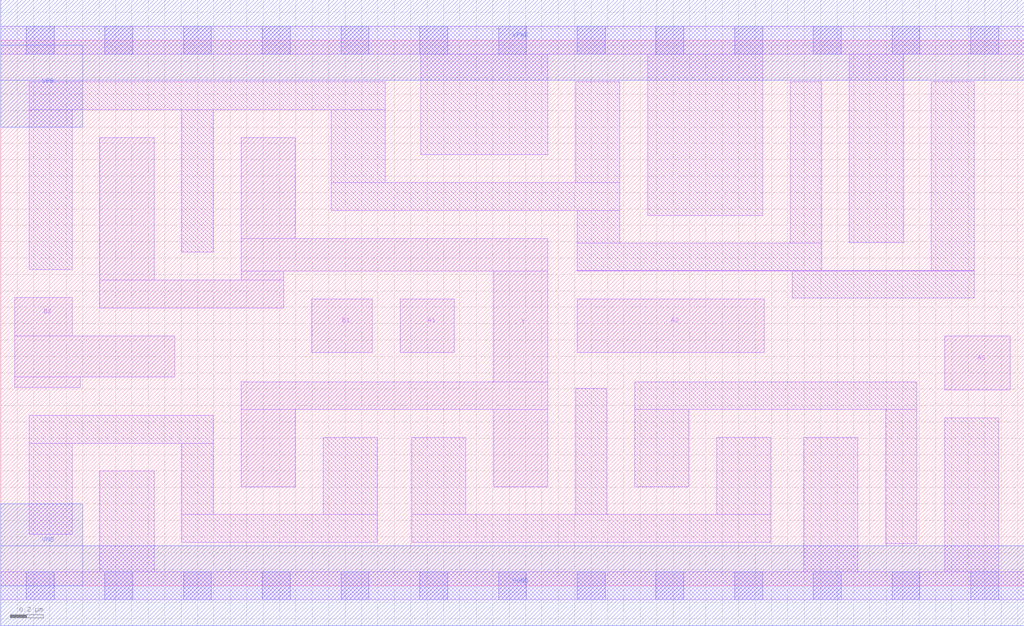
<source format=lef>
# Copyright 2020 The SkyWater PDK Authors
#
# Licensed under the Apache License, Version 2.0 (the "License");
# you may not use this file except in compliance with the License.
# You may obtain a copy of the License at
#
#     https://www.apache.org/licenses/LICENSE-2.0
#
# Unless required by applicable law or agreed to in writing, software
# distributed under the License is distributed on an "AS IS" BASIS,
# WITHOUT WARRANTIES OR CONDITIONS OF ANY KIND, either express or implied.
# See the License for the specific language governing permissions and
# limitations under the License.
#
# SPDX-License-Identifier: Apache-2.0

VERSION 5.5 ;
NAMESCASESENSITIVE ON ;
BUSBITCHARS "[]" ;
DIVIDERCHAR "/" ;
MACRO sky130_fd_sc_lp__a32oi_2
  CLASS CORE ;
  SOURCE USER ;
  ORIGIN  0.000000  0.000000 ;
  SIZE  6.240000 BY  3.330000 ;
  SYMMETRY X Y R90 ;
  SITE unit ;
  PIN A1
    ANTENNAGATEAREA  0.630000 ;
    DIRECTION INPUT ;
    USE SIGNAL ;
    PORT
      LAYER li1 ;
        RECT 2.435000 1.425000 2.765000 1.750000 ;
    END
  END A1
  PIN A2
    ANTENNAGATEAREA  0.630000 ;
    DIRECTION INPUT ;
    USE SIGNAL ;
    PORT
      LAYER li1 ;
        RECT 3.515000 1.425000 4.655000 1.750000 ;
    END
  END A2
  PIN A3
    ANTENNAGATEAREA  0.630000 ;
    DIRECTION INPUT ;
    USE SIGNAL ;
    PORT
      LAYER li1 ;
        RECT 5.755000 1.195000 6.155000 1.525000 ;
    END
  END A3
  PIN B1
    ANTENNAGATEAREA  0.630000 ;
    DIRECTION INPUT ;
    USE SIGNAL ;
    PORT
      LAYER li1 ;
        RECT 1.895000 1.425000 2.265000 1.750000 ;
    END
  END B1
  PIN B2
    ANTENNAGATEAREA  0.630000 ;
    DIRECTION INPUT ;
    USE SIGNAL ;
    PORT
      LAYER li1 ;
        RECT 0.085000 1.210000 0.485000 1.275000 ;
        RECT 0.085000 1.275000 1.060000 1.525000 ;
        RECT 0.085000 1.525000 0.435000 1.760000 ;
    END
  END B2
  PIN Y
    ANTENNADIFFAREA  1.176000 ;
    DIRECTION OUTPUT ;
    USE SIGNAL ;
    PORT
      LAYER li1 ;
        RECT 0.605000 1.695000 1.725000 1.865000 ;
        RECT 0.605000 1.865000 0.935000 2.735000 ;
        RECT 1.465000 0.605000 1.795000 1.075000 ;
        RECT 1.465000 1.075000 3.335000 1.245000 ;
        RECT 1.465000 1.865000 1.725000 1.920000 ;
        RECT 1.465000 1.920000 3.335000 2.120000 ;
        RECT 1.465000 2.120000 1.795000 2.735000 ;
        RECT 3.005000 0.605000 3.335000 1.075000 ;
        RECT 3.005000 1.245000 3.335000 1.920000 ;
    END
  END Y
  PIN VGND
    DIRECTION INOUT ;
    USE GROUND ;
    PORT
      LAYER met1 ;
        RECT 0.000000 -0.245000 6.240000 0.245000 ;
    END
  END VGND
  PIN VNB
    DIRECTION INOUT ;
    USE GROUND ;
    PORT
      LAYER met1 ;
        RECT 0.000000 0.000000 0.500000 0.500000 ;
    END
  END VNB
  PIN VPB
    DIRECTION INOUT ;
    USE POWER ;
    PORT
      LAYER met1 ;
        RECT 0.000000 2.800000 0.500000 3.300000 ;
    END
  END VPB
  PIN VPWR
    DIRECTION INOUT ;
    USE POWER ;
    PORT
      LAYER met1 ;
        RECT 0.000000 3.085000 6.240000 3.575000 ;
    END
  END VPWR
  OBS
    LAYER li1 ;
      RECT 0.000000 -0.085000 6.240000 0.085000 ;
      RECT 0.000000  3.245000 6.240000 3.415000 ;
      RECT 0.175000  0.315000 0.435000 0.870000 ;
      RECT 0.175000  0.870000 1.295000 1.040000 ;
      RECT 0.175000  1.930000 0.435000 2.905000 ;
      RECT 0.175000  2.905000 2.345000 3.075000 ;
      RECT 0.605000  0.085000 0.935000 0.700000 ;
      RECT 1.105000  0.265000 2.295000 0.435000 ;
      RECT 1.105000  0.435000 1.295000 0.870000 ;
      RECT 1.105000  2.035000 1.295000 2.905000 ;
      RECT 1.965000  0.435000 2.295000 0.905000 ;
      RECT 2.015000  2.290000 3.775000 2.460000 ;
      RECT 2.015000  2.460000 2.345000 2.905000 ;
      RECT 2.505000  0.265000 4.695000 0.435000 ;
      RECT 2.505000  0.435000 2.835000 0.905000 ;
      RECT 2.560000  2.630000 3.335000 3.245000 ;
      RECT 3.505000  0.435000 3.695000 1.205000 ;
      RECT 3.505000  2.460000 3.775000 3.075000 ;
      RECT 3.515000  1.920000 5.935000 1.925000 ;
      RECT 3.515000  1.925000 5.005000 2.090000 ;
      RECT 3.515000  2.090000 3.775000 2.290000 ;
      RECT 3.865000  0.605000 4.195000 1.075000 ;
      RECT 3.865000  1.075000 5.585000 1.245000 ;
      RECT 3.945000  2.260000 4.645000 3.245000 ;
      RECT 4.365000  0.435000 4.695000 0.905000 ;
      RECT 4.815000  2.090000 5.005000 3.075000 ;
      RECT 4.825000  1.755000 5.935000 1.920000 ;
      RECT 4.895000  0.085000 5.225000 0.905000 ;
      RECT 5.175000  2.095000 5.505000 3.245000 ;
      RECT 5.395000  0.255000 5.585000 1.075000 ;
      RECT 5.675000  1.925000 5.935000 3.075000 ;
      RECT 5.755000  0.085000 6.085000 1.025000 ;
    LAYER mcon ;
      RECT 0.155000 -0.085000 0.325000 0.085000 ;
      RECT 0.155000  3.245000 0.325000 3.415000 ;
      RECT 0.635000 -0.085000 0.805000 0.085000 ;
      RECT 0.635000  3.245000 0.805000 3.415000 ;
      RECT 1.115000 -0.085000 1.285000 0.085000 ;
      RECT 1.115000  3.245000 1.285000 3.415000 ;
      RECT 1.595000 -0.085000 1.765000 0.085000 ;
      RECT 1.595000  3.245000 1.765000 3.415000 ;
      RECT 2.075000 -0.085000 2.245000 0.085000 ;
      RECT 2.075000  3.245000 2.245000 3.415000 ;
      RECT 2.555000 -0.085000 2.725000 0.085000 ;
      RECT 2.555000  3.245000 2.725000 3.415000 ;
      RECT 3.035000 -0.085000 3.205000 0.085000 ;
      RECT 3.035000  3.245000 3.205000 3.415000 ;
      RECT 3.515000 -0.085000 3.685000 0.085000 ;
      RECT 3.515000  3.245000 3.685000 3.415000 ;
      RECT 3.995000 -0.085000 4.165000 0.085000 ;
      RECT 3.995000  3.245000 4.165000 3.415000 ;
      RECT 4.475000 -0.085000 4.645000 0.085000 ;
      RECT 4.475000  3.245000 4.645000 3.415000 ;
      RECT 4.955000 -0.085000 5.125000 0.085000 ;
      RECT 4.955000  3.245000 5.125000 3.415000 ;
      RECT 5.435000 -0.085000 5.605000 0.085000 ;
      RECT 5.435000  3.245000 5.605000 3.415000 ;
      RECT 5.915000 -0.085000 6.085000 0.085000 ;
      RECT 5.915000  3.245000 6.085000 3.415000 ;
  END
END sky130_fd_sc_lp__a32oi_2
END LIBRARY

</source>
